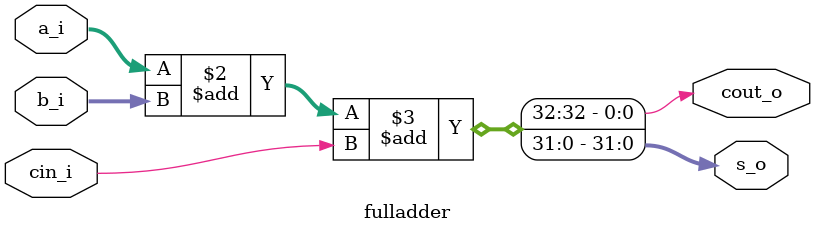
<source format=sv>

module fulladder 
#(
    parameter WIDTH = 32
)
(
	// input
    input logic [WIDTH-1:0] a_i ,
    input logic [WIDTH-1:0] b_i ,
    input logic cin_i ,
   // output
	 output logic cout_o ,
	 output logic [WIDTH-1:0]s_o
);
    always_comb
	 begin
	 {cout_o,s_o} = a_i + b_i + cin_i;
	 end
endmodule: fulladder
</source>
